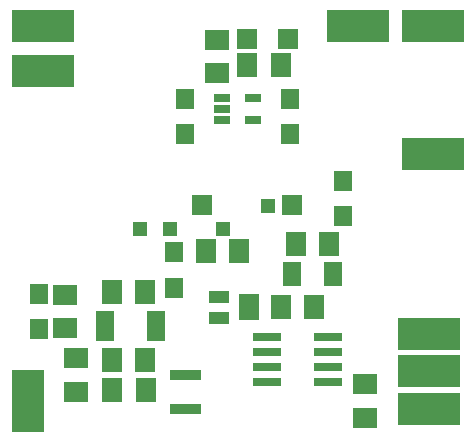
<source format=gts>
G75*
G70*
%OFA0B0*%
%FSLAX24Y24*%
%IPPOS*%
%LPD*%
%AMOC8*
5,1,8,0,0,1.08239X$1,22.5*
%
%ADD10R,0.0552X0.0297*%
%ADD11R,0.0671X0.0671*%
%ADD12R,0.0790X0.0710*%
%ADD13R,0.0710X0.0790*%
%ADD14R,0.0631X0.0190*%
%ADD15R,0.0710X0.0789*%
%ADD16R,0.0651X0.0434*%
%ADD17R,0.0651X0.0907*%
%ADD18R,0.1080X0.2080*%
%ADD19R,0.0789X0.0710*%
%ADD20R,0.0946X0.0316*%
%ADD21R,0.2080X0.1080*%
%ADD22R,0.0631X0.0710*%
%ADD23R,0.0277X0.0328*%
%ADD24R,0.0631X0.0789*%
%ADD25R,0.0476X0.0476*%
D10*
X015321Y011207D03*
X015321Y011581D03*
X015321Y011955D03*
X016345Y011955D03*
X016345Y011207D03*
D11*
X016148Y013911D03*
X017526Y013911D03*
X017635Y008368D03*
X014643Y008368D03*
D12*
X015163Y012767D03*
X015163Y013887D03*
X010458Y003266D03*
X010458Y002146D03*
X020083Y002391D03*
X020083Y001271D03*
D13*
X015893Y006831D03*
X014773Y006831D03*
X017773Y007081D03*
X018893Y007081D03*
X017272Y013036D03*
X016152Y013036D03*
X012768Y002206D03*
X011648Y002206D03*
D14*
X011427Y003937D03*
X011427Y004134D03*
X011427Y004331D03*
X011427Y004528D03*
X011427Y004725D03*
X013120Y004725D03*
X013120Y004528D03*
X013120Y004331D03*
X013120Y004134D03*
X013120Y003937D03*
D15*
X012759Y003206D03*
X011657Y003206D03*
X011657Y005456D03*
X012759Y005456D03*
X017282Y004956D03*
X018384Y004956D03*
D16*
X015206Y005310D03*
X015206Y004602D03*
D17*
X016210Y004956D03*
D18*
X008833Y001831D03*
D19*
X010083Y004280D03*
X010083Y005382D03*
D20*
X016809Y003956D03*
X016809Y003456D03*
X016809Y002956D03*
X016809Y002456D03*
X018857Y002456D03*
X018857Y002956D03*
X018857Y003456D03*
X018857Y003956D03*
D21*
X022208Y004081D03*
X022208Y002831D03*
X022208Y001581D03*
X022333Y010081D03*
X022333Y014331D03*
X019833Y014331D03*
X009333Y014331D03*
X009333Y012831D03*
D22*
X014083Y011921D03*
X014083Y010740D03*
X017583Y010740D03*
X017583Y011921D03*
X019333Y009171D03*
X019333Y007990D03*
X013708Y006796D03*
X013708Y005615D03*
X009208Y005421D03*
X009208Y004240D03*
D23*
X013708Y002699D03*
X013964Y002699D03*
X014220Y002699D03*
X014476Y002699D03*
X014476Y001563D03*
X014220Y001563D03*
X013964Y001563D03*
X013708Y001563D03*
D24*
X017664Y006081D03*
X019002Y006081D03*
D25*
X016833Y008331D03*
X015333Y007581D03*
X013583Y007581D03*
X012583Y007581D03*
M02*

</source>
